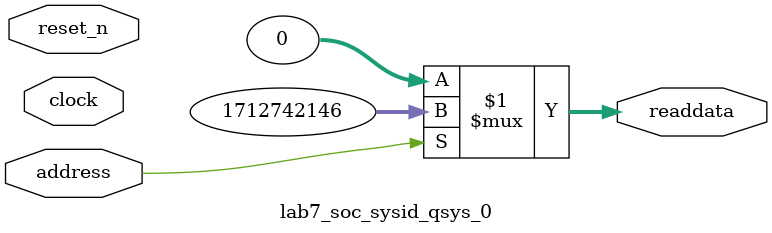
<source format=v>



// synthesis translate_off
`timescale 1ns / 1ps
// synthesis translate_on

// turn off superfluous verilog processor warnings 
// altera message_level Level1 
// altera message_off 10034 10035 10036 10037 10230 10240 10030 

module lab7_soc_sysid_qsys_0 (
               // inputs:
                address,
                clock,
                reset_n,

               // outputs:
                readdata
             )
;

  output  [ 31: 0] readdata;
  input            address;
  input            clock;
  input            reset_n;

  wire    [ 31: 0] readdata;
  //control_slave, which is an e_avalon_slave
  assign readdata = address ? 1712742146 : 0;

endmodule



</source>
